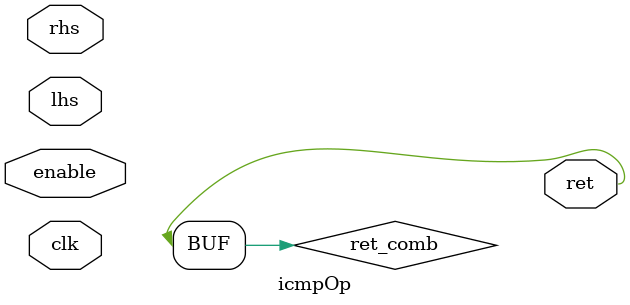
<source format=sv>


module icmpOp #(
 parameter ParamOpCode = "none",
 parameter ParamBitWidth = 32
) (
  input  bit clk,
  input  bit enable,
  input  bit [ParamBitWidth - 1 : 0] lhs,
  input  bit [ParamBitWidth - 1 : 0] rhs,
  output bit ret
);
  
  /*  
    ICMP_EQ    = 32,  ///< equal
    ICMP_NE    = 33,  ///< not equal
    ICMP_UGT   = 34,  ///< unsigned greater than
    ICMP_UGE   = 35,  ///< unsigned greater or equal
    ICMP_ULT   = 36,  ///< unsigned less than
    ICMP_ULE   = 37,  ///< unsigned less or equal
    ICMP_SGT   = 38,  ///< signed greater than
    ICMP_SGE   = 39,  ///< signed greater or equal
    ICMP_SLT   = 40,  ///< signed less than
    ICMP_SLE   = 41,  ///< signed less or equal
  */
  bit ret_comb;
  bit ret_reg;

generate
  if (ParamOpCode == "eq") begin 
    assign ret_comb = (lhs == rhs)?1'b1:1'b0;
  end
  else if (ParamOpCode == "ne") begin 
    assign ret_comb = (lhs != rhs)?1'b1:1'b0;
  end 
  else if (ParamOpCode == "ugt") begin 
    assign ret_comb = (lhs > rhs)?1'b1:1'b0;
  end
  else if (ParamOpCode == "uge") begin 
    assign ret_comb = (lhs >= rhs)?1'b1:1'b0;
  end
  else if (ParamOpCode == "ult") begin 
    assign ret_comb = (lhs < rhs)?1'b1:1'b0;
  end
  else if (ParamOpCode == "ule") begin 
    assign ret_comb = (lhs > rhs)?1'b1:1'b0;
  end
  else if (ParamOpCode == "sgt") begin 
    assign ret_comb = ($signed(lhs) > $signed(rhs))?1'b1:1'b0;
  end
  else if (ParamOpCode == "sge") begin 
    assign ret_comb = ($signed(lhs) >= $signed(rhs))?1'b1:1'b0;
  end
  else if (ParamOpCode == "slt") begin 
    assign ret_comb = ($signed(lhs) < $signed(rhs))?1'b1:1'b0;
  end
  else if (ParamOpCode == "sle") begin 
    assign ret_comb = ($signed(lhs) <= $signed(rhs))?1'b1:1'b0;
  end
  else begin 


  end 
  endgenerate

  // always_ff @(posedge clk) 
  // begin
  //   if (enable) ret_reg <= ret_comb;    
  // end

  // assign ret = enable?ret_comb:ret_reg; 

  assign ret = ret_comb;
endmodule 

</source>
